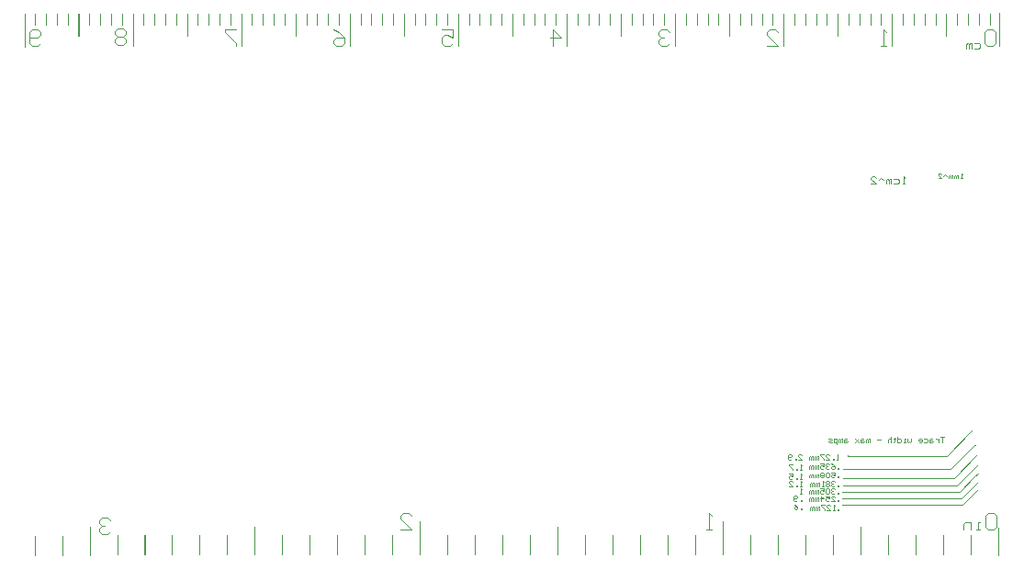
<source format=gbl>
G04 Layer_Physical_Order=2*
G04 Layer_Color=11436288*
%FSLAX24Y24*%
%MOIN*%
G70*
G01*
G75*
D13*
X43248Y14146D02*
X43117D01*
X43182D01*
Y13949D01*
X43051Y14080D02*
Y13949D01*
Y14014D01*
X43018Y14047D01*
X42986Y14080D01*
X42953D01*
X42822D02*
X42756D01*
X42723Y14047D01*
Y13949D01*
X42822D01*
X42854Y13982D01*
X42822Y14014D01*
X42723D01*
X42526Y14080D02*
X42625D01*
X42658Y14047D01*
Y13982D01*
X42625Y13949D01*
X42526D01*
X42362D02*
X42428D01*
X42461Y13982D01*
Y14047D01*
X42428Y14080D01*
X42362D01*
X42330Y14047D01*
Y14014D01*
X42461D01*
X42067Y14080D02*
Y13982D01*
X42035Y13949D01*
X42002Y13982D01*
X41969Y13949D01*
X41936Y13982D01*
Y14080D01*
X41871Y13949D02*
X41805D01*
X41838D01*
Y14080D01*
X41871D01*
X41575Y14146D02*
Y13949D01*
X41674D01*
X41707Y13982D01*
Y14047D01*
X41674Y14080D01*
X41575D01*
X41477Y14113D02*
Y14080D01*
X41510D01*
X41444D01*
X41477D01*
Y13982D01*
X41444Y13949D01*
X41346Y14146D02*
Y13949D01*
Y14047D01*
X41313Y14080D01*
X41247D01*
X41215Y14047D01*
Y13949D01*
X40952Y14047D02*
X40821D01*
X40559Y13949D02*
Y14080D01*
X40526D01*
X40493Y14047D01*
Y13949D01*
Y14047D01*
X40460Y14080D01*
X40427Y14047D01*
Y13949D01*
X40329Y14080D02*
X40263D01*
X40231Y14047D01*
Y13949D01*
X40329D01*
X40362Y13982D01*
X40329Y14014D01*
X40231D01*
X40165Y14080D02*
X40034Y13949D01*
X40099Y14014D01*
X40034Y14080D01*
X40165Y13949D01*
X39739Y14080D02*
X39673D01*
X39640Y14047D01*
Y13949D01*
X39739D01*
X39771Y13982D01*
X39739Y14014D01*
X39640D01*
X39575Y13949D02*
Y14080D01*
X39542D01*
X39509Y14047D01*
Y13949D01*
Y14047D01*
X39476Y14080D01*
X39444Y14047D01*
Y13949D01*
X39378Y13883D02*
Y14080D01*
X39280D01*
X39247Y14047D01*
Y13982D01*
X39280Y13949D01*
X39378D01*
X39181D02*
X39083D01*
X39050Y13982D01*
X39083Y14014D01*
X39148D01*
X39181Y14047D01*
X39148Y14080D01*
X39050D01*
X43933Y23524D02*
X43867D01*
X43900D01*
Y23720D01*
X43933Y23688D01*
X43769Y23524D02*
Y23655D01*
X43736D01*
X43703Y23622D01*
Y23524D01*
Y23622D01*
X43671Y23655D01*
X43638Y23622D01*
Y23524D01*
X43572D02*
Y23655D01*
X43540D01*
X43507Y23622D01*
Y23524D01*
Y23622D01*
X43474Y23655D01*
X43441Y23622D01*
Y23524D01*
X43376Y23622D02*
X43310Y23688D01*
X43244Y23622D01*
X43048Y23524D02*
X43179D01*
X43048Y23655D01*
Y23688D01*
X43080Y23720D01*
X43146D01*
X43179Y23688D01*
X37963Y13315D02*
X38094D01*
X37963Y13446D01*
Y13479D01*
X37996Y13512D01*
X38062D01*
X38094Y13479D01*
X37898Y13315D02*
Y13348D01*
X37865D01*
Y13315D01*
X37898D01*
X37734Y13348D02*
X37701Y13315D01*
X37635D01*
X37603Y13348D01*
Y13479D01*
X37635Y13512D01*
X37701D01*
X37734Y13479D01*
Y13446D01*
X37701Y13413D01*
X37603D01*
X38094Y12606D02*
X38029D01*
X38062D01*
Y12803D01*
X38094Y12770D01*
X37931Y12606D02*
Y12639D01*
X37898D01*
Y12606D01*
X37931D01*
X37635Y12803D02*
X37767D01*
Y12705D01*
X37701Y12737D01*
X37668D01*
X37635Y12705D01*
Y12639D01*
X37668Y12606D01*
X37734D01*
X37767Y12639D01*
X38098Y12339D02*
X38033D01*
X38066D01*
Y12535D01*
X38098Y12503D01*
X37934Y12339D02*
Y12371D01*
X37902D01*
Y12339D01*
X37934D01*
X37639D02*
X37770D01*
X37639Y12470D01*
Y12503D01*
X37672Y12535D01*
X37738D01*
X37770Y12503D01*
X39413Y13319D02*
X39348D01*
X39381D01*
Y13516D01*
X39413Y13483D01*
X39249Y13319D02*
Y13352D01*
X39217D01*
Y13319D01*
X39249D01*
X38954D02*
X39085D01*
X38954Y13450D01*
Y13483D01*
X38987Y13516D01*
X39053D01*
X39085Y13483D01*
X38889Y13516D02*
X38757D01*
Y13483D01*
X38889Y13352D01*
Y13319D01*
X38692D02*
Y13450D01*
X38659D01*
X38626Y13417D01*
Y13319D01*
Y13417D01*
X38593Y13450D01*
X38561Y13417D01*
Y13319D01*
X38495D02*
Y13450D01*
X38462D01*
X38429Y13417D01*
Y13319D01*
Y13417D01*
X38397Y13450D01*
X38364Y13417D01*
Y13319D01*
X39445Y12343D02*
Y12375D01*
X39412D01*
Y12343D01*
X39445D01*
X39281Y12507D02*
X39248Y12539D01*
X39183D01*
X39150Y12507D01*
Y12474D01*
X39183Y12441D01*
X39215D01*
X39183D01*
X39150Y12408D01*
Y12375D01*
X39183Y12343D01*
X39248D01*
X39281Y12375D01*
X39084Y12507D02*
X39051Y12539D01*
X38986D01*
X38953Y12507D01*
Y12474D01*
X38986Y12441D01*
X38953Y12408D01*
Y12375D01*
X38986Y12343D01*
X39051D01*
X39084Y12375D01*
Y12408D01*
X39051Y12441D01*
X39084Y12474D01*
Y12507D01*
X39051Y12441D02*
X38986D01*
X38887Y12343D02*
X38822D01*
X38855D01*
Y12539D01*
X38887Y12507D01*
X38723Y12343D02*
Y12474D01*
X38691D01*
X38658Y12441D01*
Y12343D01*
Y12441D01*
X38625Y12474D01*
X38592Y12441D01*
Y12343D01*
X38527D02*
Y12474D01*
X38494D01*
X38461Y12441D01*
Y12343D01*
Y12441D01*
X38428Y12474D01*
X38395Y12441D01*
Y12343D01*
X39445Y11791D02*
Y11824D01*
X39412D01*
Y11791D01*
X39445D01*
X39150D02*
X39281D01*
X39150Y11923D01*
Y11955D01*
X39183Y11988D01*
X39248D01*
X39281Y11955D01*
X38953Y11988D02*
X39084D01*
Y11890D01*
X39019Y11923D01*
X38986D01*
X38953Y11890D01*
Y11824D01*
X38986Y11791D01*
X39051D01*
X39084Y11824D01*
X38789Y11791D02*
Y11988D01*
X38887Y11890D01*
X38756D01*
X38691Y11791D02*
Y11923D01*
X38658D01*
X38625Y11890D01*
Y11791D01*
Y11890D01*
X38592Y11923D01*
X38559Y11890D01*
Y11791D01*
X38494D02*
Y11923D01*
X38461D01*
X38428Y11890D01*
Y11791D01*
Y11890D01*
X38395Y11923D01*
X38363Y11890D01*
Y11791D01*
X38087Y12945D02*
X38021D01*
X38054D01*
Y13142D01*
X38087Y13109D01*
X37923Y12945D02*
Y12978D01*
X37890D01*
Y12945D01*
X37923D01*
X37759Y13142D02*
X37627D01*
Y13109D01*
X37759Y12978D01*
Y12945D01*
X39445Y12972D02*
Y13005D01*
X39412D01*
Y12972D01*
X39445D01*
X39150Y13169D02*
X39215Y13136D01*
X39281Y13071D01*
Y13005D01*
X39248Y12972D01*
X39183D01*
X39150Y13005D01*
Y13038D01*
X39183Y13071D01*
X39281D01*
X39084Y13136D02*
X39051Y13169D01*
X38986D01*
X38953Y13136D01*
Y13104D01*
X38986Y13071D01*
X39019D01*
X38986D01*
X38953Y13038D01*
Y13005D01*
X38986Y12972D01*
X39051D01*
X39084Y13005D01*
X38756Y13169D02*
X38887D01*
Y13071D01*
X38822Y13104D01*
X38789D01*
X38756Y13071D01*
Y13005D01*
X38789Y12972D01*
X38855D01*
X38887Y13005D01*
X38691Y12972D02*
Y13104D01*
X38658D01*
X38625Y13071D01*
Y12972D01*
Y13071D01*
X38592Y13104D01*
X38559Y13071D01*
Y12972D01*
X38494D02*
Y13104D01*
X38461D01*
X38428Y13071D01*
Y12972D01*
Y13071D01*
X38395Y13104D01*
X38363Y13071D01*
Y12972D01*
X39445Y12657D02*
Y12690D01*
X39412D01*
Y12657D01*
X39445D01*
X39150Y12854D02*
X39281D01*
Y12756D01*
X39215Y12789D01*
X39183D01*
X39150Y12756D01*
Y12690D01*
X39183Y12657D01*
X39248D01*
X39281Y12690D01*
X39084Y12821D02*
X39051Y12854D01*
X38986D01*
X38953Y12821D01*
Y12690D01*
X38986Y12657D01*
X39051D01*
X39084Y12690D01*
Y12821D01*
X38887D02*
X38855Y12854D01*
X38789D01*
X38756Y12821D01*
Y12789D01*
X38789Y12756D01*
X38756Y12723D01*
Y12690D01*
X38789Y12657D01*
X38855D01*
X38887Y12690D01*
Y12723D01*
X38855Y12756D01*
X38887Y12789D01*
Y12821D01*
X38855Y12756D02*
X38789D01*
X38691Y12657D02*
Y12789D01*
X38658D01*
X38625Y12756D01*
Y12657D01*
Y12756D01*
X38592Y12789D01*
X38559Y12756D01*
Y12657D01*
X38494D02*
Y12789D01*
X38461D01*
X38428Y12756D01*
Y12657D01*
Y12756D01*
X38395Y12789D01*
X38363Y12756D01*
Y12657D01*
X39445Y12067D02*
Y12100D01*
X39412D01*
Y12067D01*
X39445D01*
X39281Y12231D02*
X39248Y12264D01*
X39183D01*
X39150Y12231D01*
Y12198D01*
X39183Y12165D01*
X39215D01*
X39183D01*
X39150Y12133D01*
Y12100D01*
X39183Y12067D01*
X39248D01*
X39281Y12100D01*
X39084Y12231D02*
X39051Y12264D01*
X38986D01*
X38953Y12231D01*
Y12100D01*
X38986Y12067D01*
X39051D01*
X39084Y12100D01*
Y12231D01*
X38756Y12264D02*
X38887D01*
Y12165D01*
X38822Y12198D01*
X38789D01*
X38756Y12165D01*
Y12100D01*
X38789Y12067D01*
X38855D01*
X38887Y12100D01*
X38691Y12067D02*
Y12198D01*
X38658D01*
X38625Y12165D01*
Y12067D01*
Y12165D01*
X38592Y12198D01*
X38559Y12165D01*
Y12067D01*
X38494D02*
Y12198D01*
X38461D01*
X38428Y12165D01*
Y12067D01*
Y12165D01*
X38395Y12198D01*
X38363Y12165D01*
Y12067D01*
X39445Y11476D02*
Y11509D01*
X39412D01*
Y11476D01*
X39445D01*
X39281D02*
X39215D01*
X39248D01*
Y11673D01*
X39281Y11640D01*
X38986Y11476D02*
X39117D01*
X38986Y11608D01*
Y11640D01*
X39019Y11673D01*
X39084D01*
X39117Y11640D01*
X38920Y11673D02*
X38789D01*
Y11640D01*
X38920Y11509D01*
Y11476D01*
X38723D02*
Y11608D01*
X38691D01*
X38658Y11575D01*
Y11476D01*
Y11575D01*
X38625Y11608D01*
X38592Y11575D01*
Y11476D01*
X38527D02*
Y11608D01*
X38494D01*
X38461Y11575D01*
Y11476D01*
Y11575D01*
X38428Y11608D01*
X38395Y11575D01*
Y11476D01*
X38102Y11811D02*
Y11844D01*
X38070D01*
Y11811D01*
X38102D01*
X37938Y11844D02*
X37906Y11811D01*
X37840D01*
X37807Y11844D01*
Y11975D01*
X37840Y12008D01*
X37906D01*
X37938Y11975D01*
Y11942D01*
X37906Y11909D01*
X37807D01*
X38102Y12071D02*
X38037D01*
X38070D01*
Y12268D01*
X38102Y12235D01*
X38110Y11492D02*
Y11525D01*
X38077D01*
Y11492D01*
X38110D01*
X37815Y11689D02*
X37881Y11656D01*
X37946Y11591D01*
Y11525D01*
X37913Y11492D01*
X37848D01*
X37815Y11525D01*
Y11558D01*
X37848Y11591D01*
X37946D01*
D16*
X39563Y11673D02*
X43933D01*
X44484Y12224D01*
D19*
X44554Y10779D02*
X44422D01*
X44488D01*
Y11041D01*
X44554D01*
X44226Y10779D02*
Y11041D01*
X44029D01*
X43963Y10976D01*
Y10779D01*
D27*
X45276Y28339D02*
Y29188D01*
X45276Y29188D02*
Y29528D01*
X11457Y29102D02*
Y29496D01*
X11850Y28709D02*
Y29496D01*
X10669Y29102D02*
Y29496D01*
X11063Y29102D02*
Y29496D01*
X9882Y28315D02*
Y29496D01*
X10276Y29102D02*
Y29496D01*
X11260Y9832D02*
Y10532D01*
X10260Y9832D02*
Y10532D01*
X10276Y9832D02*
Y10532D01*
X12264Y9832D02*
Y10532D01*
X11264Y9832D02*
Y10532D01*
X11280Y9832D02*
Y10532D01*
X39563Y11909D02*
X41965D01*
X42555D02*
X43894D01*
X12260Y9863D02*
Y10863D01*
X16244Y9863D02*
Y10563D01*
X20244Y9863D02*
Y10563D01*
X24051Y29114D02*
Y29508D01*
X24244Y9863D02*
Y11063D01*
X24839Y29114D02*
Y29508D01*
X27201Y29114D02*
Y29508D01*
X26413Y29114D02*
Y29508D01*
X25626Y28327D02*
Y29508D01*
X28776Y29114D02*
Y29508D01*
X27988Y29114D02*
Y29508D01*
X29563Y28327D02*
Y29508D01*
X28244Y9863D02*
Y10563D01*
X32244Y9863D02*
Y10563D01*
X36244Y9863D02*
Y10563D01*
X40244Y9863D02*
Y10863D01*
X44244Y9863D02*
Y10563D01*
X41965Y11909D02*
X42555D01*
X43894D02*
X44484Y12500D01*
X11846Y28720D02*
Y29508D01*
X12240Y29114D02*
Y29508D01*
X12634Y29114D02*
Y29508D01*
X13028Y29114D02*
Y29508D01*
X13421Y29114D02*
Y29508D01*
X13260Y9863D02*
Y10563D01*
X14209Y29114D02*
Y29508D01*
X13815Y28327D02*
Y29508D01*
X14260Y9863D02*
Y10563D01*
X14244Y9863D02*
Y10563D01*
X14996Y29114D02*
Y29508D01*
X14602Y29114D02*
Y29508D01*
X15244Y9863D02*
Y10563D01*
X15783Y28720D02*
Y29508D01*
X15390Y29114D02*
Y29508D01*
X16571Y29114D02*
Y29508D01*
X16177Y29114D02*
Y29508D01*
X17358Y29114D02*
Y29508D01*
X16965Y29114D02*
Y29508D01*
X17244Y9863D02*
Y10563D01*
X17752Y28327D02*
Y29508D01*
X18146Y29114D02*
Y29508D01*
X18244Y9863D02*
Y10863D01*
X18933Y29114D02*
Y29508D01*
X18539Y29114D02*
Y29508D01*
X19244Y9863D02*
Y10563D01*
X19720Y28720D02*
Y29508D01*
X19327Y29114D02*
Y29508D01*
X20508Y29114D02*
Y29508D01*
X20114Y29114D02*
Y29508D01*
X21295Y29114D02*
Y29508D01*
X20902Y29114D02*
Y29508D01*
X21244Y9863D02*
Y10563D01*
X21689Y28327D02*
Y29508D01*
X22083Y29114D02*
Y29508D01*
X22244Y9863D02*
Y10563D01*
X22870Y29114D02*
Y29508D01*
X22476Y29114D02*
Y29508D01*
X23244Y9863D02*
Y10563D01*
X23657Y28720D02*
Y29508D01*
X23264Y29114D02*
Y29508D01*
X24445Y29114D02*
Y29508D01*
X25232Y29114D02*
Y29508D01*
X25244Y9863D02*
Y10563D01*
X26020Y29114D02*
Y29508D01*
X26244Y9863D02*
Y10563D01*
X26807Y29114D02*
Y29508D01*
X27244Y9863D02*
Y10563D01*
X27594Y28720D02*
Y29508D01*
X28382Y29114D02*
Y29508D01*
X29169Y29114D02*
Y29508D01*
X29244Y9863D02*
Y10863D01*
X30350Y29114D02*
Y29508D01*
X29957Y29114D02*
Y29508D01*
X30244Y9863D02*
Y10563D01*
X31138Y29114D02*
Y29508D01*
X30744Y29114D02*
Y29508D01*
X31244Y9863D02*
Y10563D01*
X31925Y29114D02*
Y29508D01*
X31532Y28720D02*
Y29508D01*
X32713Y29114D02*
Y29508D01*
X32319Y29114D02*
Y29508D01*
X33106Y29114D02*
Y29508D01*
X33500Y28327D02*
Y29508D01*
X33244Y9863D02*
Y10563D01*
X34287Y29114D02*
Y29508D01*
X33894Y29114D02*
Y29508D01*
X34244Y9863D02*
Y10563D01*
X35075Y29114D02*
Y29508D01*
X34681Y29114D02*
Y29508D01*
X35244Y9863D02*
Y11063D01*
X35862Y29114D02*
Y29508D01*
X35469Y28720D02*
Y29508D01*
X36650Y29114D02*
Y29508D01*
X36256Y29114D02*
Y29508D01*
X37043Y29114D02*
Y29508D01*
X37437Y28327D02*
Y29508D01*
X37244Y9863D02*
Y10563D01*
X38224Y29114D02*
Y29508D01*
X37831Y29114D02*
Y29508D01*
X38244Y9863D02*
Y10563D01*
X39012Y29114D02*
Y29508D01*
X38618Y29114D02*
Y29508D01*
X39244Y9863D02*
Y10563D01*
X39799Y29114D02*
Y29508D01*
X39406Y28720D02*
Y29508D01*
X40587Y29114D02*
Y29508D01*
X40193Y29114D02*
Y29508D01*
X40980Y29114D02*
Y29508D01*
X41374Y28327D02*
Y29508D01*
X41244Y9863D02*
Y10563D01*
X41768Y29114D02*
Y29508D01*
X42161Y29114D02*
Y29508D01*
X42244Y9863D02*
Y10563D01*
X42555Y29114D02*
Y29508D01*
X42949Y29114D02*
Y29508D01*
X43244Y9863D02*
Y10563D01*
X43343Y28720D02*
Y29508D01*
X43736Y29114D02*
Y29508D01*
X44130Y29114D02*
Y29508D01*
X44524Y29114D02*
Y29508D01*
X44917Y29114D02*
Y29508D01*
X45244Y10846D02*
X45244Y9843D01*
X36840Y28327D02*
X37240D01*
X36840Y28727D01*
Y28827D01*
X36940Y28927D01*
X37140D01*
X37240Y28827D01*
X34844Y10763D02*
X34644D01*
X34744D01*
Y11363D01*
X34844Y11263D01*
X45154Y11279D02*
X45054Y11379D01*
X44854D01*
X44754Y11279D01*
Y10879D01*
X44854Y10779D01*
X45054D01*
X45154Y10879D01*
Y11279D01*
X13579Y28866D02*
X13479Y28966D01*
X13279D01*
X13179Y28866D01*
Y28766D01*
X13279Y28666D01*
X13179Y28566D01*
Y28466D01*
X13279Y28366D01*
X13479D01*
X13579Y28466D01*
Y28566D01*
X13479Y28666D01*
X13579Y28766D01*
Y28866D01*
X13479Y28666D02*
X13279D01*
X13008Y11122D02*
X12908Y11222D01*
X12708D01*
X12608Y11122D01*
Y11022D01*
X12708Y10922D01*
X12808D01*
X12708D01*
X12608Y10822D01*
Y10722D01*
X12708Y10622D01*
X12908D01*
X13008Y10722D01*
X17555Y28927D02*
X17155D01*
Y28827D01*
X17555Y28427D01*
Y28327D01*
X33303Y28827D02*
X33203Y28927D01*
X33003D01*
X32903Y28827D01*
Y28727D01*
X33003Y28627D01*
X33103D01*
X33003D01*
X32903Y28527D01*
Y28427D01*
X33003Y28327D01*
X33203D01*
X33303Y28427D01*
X45114Y28827D02*
X45014Y28927D01*
X44814D01*
X44714Y28827D01*
Y28427D01*
X44814Y28327D01*
X45014D01*
X45114Y28427D01*
Y28827D01*
X23544Y10763D02*
X23944D01*
X23544Y11163D01*
Y11263D01*
X23644Y11363D01*
X23844D01*
X23944Y11263D01*
X21092Y28927D02*
X21292Y28827D01*
X21492Y28627D01*
Y28427D01*
X21392Y28327D01*
X21192D01*
X21092Y28427D01*
Y28527D01*
X21192Y28627D01*
X21492D01*
X25029Y28927D02*
X25429D01*
Y28627D01*
X25229Y28727D01*
X25129D01*
X25029Y28627D01*
Y28427D01*
X25129Y28327D01*
X25329D01*
X25429Y28427D01*
X29066Y28327D02*
Y28927D01*
X29366Y28627D01*
X28966D01*
X41177Y28327D02*
X40977D01*
X41077D01*
Y28927D01*
X41177Y28827D01*
X10449Y28450D02*
X10349Y28350D01*
X10149D01*
X10049Y28450D01*
Y28850D01*
X10149Y28950D01*
X10349D01*
X10449Y28850D01*
Y28750D01*
X10349Y28650D01*
X10049D01*
D28*
X42083Y12146D02*
X43815D01*
X39563D02*
X42083D01*
X43815D02*
X44366Y12697D01*
X44484Y12815D01*
D32*
X39602Y12381D02*
X43735D01*
X44484Y13130D01*
D35*
X26185Y18116D02*
D03*
Y17860D02*
D03*
Y17604D02*
D03*
Y17348D02*
D03*
Y17093D02*
D03*
Y16837D02*
D03*
Y16581D02*
D03*
Y16325D02*
D03*
X23468Y18116D02*
D03*
Y17860D02*
D03*
Y17604D02*
D03*
Y17348D02*
D03*
Y17093D02*
D03*
Y16837D02*
D03*
Y16581D02*
D03*
Y16325D02*
D03*
D38*
X39602Y12656D02*
X43616D01*
X44429Y13469D01*
Y13472D01*
D42*
X43508Y12981D02*
X44378Y13850D01*
X39602Y12981D02*
X43508D01*
X44378Y13850D02*
X44382D01*
D51*
X43353Y13456D02*
X44268Y14370D01*
X39761Y13456D02*
X43353D01*
X39760Y13457D02*
X39761Y13456D01*
D75*
X32083Y17201D02*
D03*
Y16807D02*
D03*
Y16413D02*
D03*
Y16020D02*
D03*
Y16217D02*
D03*
Y16610D02*
D03*
Y17004D02*
D03*
Y18972D02*
D03*
Y18579D02*
D03*
Y18185D02*
D03*
Y17791D02*
D03*
Y18776D02*
D03*
Y18382D02*
D03*
Y17988D02*
D03*
Y17398D02*
D03*
Y17594D02*
D03*
X27555Y17791D02*
D03*
Y18185D02*
D03*
Y18579D02*
D03*
Y18972D02*
D03*
Y18776D02*
D03*
Y18382D02*
D03*
Y17988D02*
D03*
Y16020D02*
D03*
Y16413D02*
D03*
Y16807D02*
D03*
Y17201D02*
D03*
Y16217D02*
D03*
Y16610D02*
D03*
Y17004D02*
D03*
Y17594D02*
D03*
Y17398D02*
D03*
D76*
X30114Y19760D02*
D03*
X30508D02*
D03*
X30902D02*
D03*
X31295D02*
D03*
X31098D02*
D03*
X30705D02*
D03*
X30311D02*
D03*
X28342D02*
D03*
X28736D02*
D03*
X29130D02*
D03*
X29524D02*
D03*
X28539D02*
D03*
X28933D02*
D03*
X29327D02*
D03*
X29917D02*
D03*
X29720D02*
D03*
X29524Y15232D02*
D03*
X29130D02*
D03*
X28736D02*
D03*
X28342D02*
D03*
X28539D02*
D03*
X28933D02*
D03*
X29327D02*
D03*
X31295D02*
D03*
X30902D02*
D03*
X30508D02*
D03*
X30114D02*
D03*
X31098D02*
D03*
X30705D02*
D03*
X30311D02*
D03*
X29720D02*
D03*
X29917D02*
D03*
D80*
X39701Y27665D02*
D03*
X39307D02*
D03*
D81*
X38211Y19520D02*
D03*
X38961Y18520D02*
D03*
X38211D02*
D03*
X38591Y18520D02*
D03*
X38961Y19520D02*
D03*
D82*
X35925Y19304D02*
D03*
X35610D02*
D03*
X35295D02*
D03*
X34980D02*
D03*
X34665D02*
D03*
X34350D02*
D03*
X34035D02*
D03*
X33720D02*
D03*
Y15924D02*
D03*
X34035D02*
D03*
X34350D02*
D03*
X34665D02*
D03*
X34980D02*
D03*
X35295D02*
D03*
X35610D02*
D03*
X35925D02*
D03*
D84*
X26522Y25522D02*
D03*
X26022D02*
D03*
X25522D02*
D03*
X25022D02*
D03*
Y23462D02*
D03*
X25522D02*
D03*
X26022D02*
D03*
X26522D02*
D03*
D88*
X33504Y20650D02*
D03*
X32756D02*
D03*
X33130Y21476D02*
D03*
D89*
X35315Y27736D02*
D03*
X34606D02*
D03*
D94*
X20744Y17382D02*
D03*
X19957D02*
D03*
D101*
X33133Y18717D02*
D03*
Y18402D02*
D03*
Y18087D02*
D03*
Y17772D02*
D03*
Y17457D02*
D03*
Y17142D02*
D03*
Y16827D02*
D03*
Y16512D02*
D03*
X36513D02*
D03*
Y16827D02*
D03*
Y17142D02*
D03*
Y17457D02*
D03*
Y17772D02*
D03*
Y18087D02*
D03*
Y18402D02*
D03*
Y18717D02*
D03*
D868*
X18709Y14256D02*
D03*
D869*
X21709D02*
D03*
D870*
X39197Y26783D02*
D03*
X39748D02*
D03*
D871*
X34272Y26854D02*
D03*
X35335D02*
D03*
D872*
X29378Y27311D02*
D03*
X30441D02*
D03*
D873*
X22059Y25343D02*
D03*
D874*
X21059Y21268D02*
D03*
X23059D02*
D03*
D875*
X16947Y17406D02*
D03*
X15549D02*
D03*
D876*
X21398Y16154D02*
D03*
X19626D02*
D03*
D877*
X13844Y15736D02*
D03*
X16581D02*
D03*
D878*
X38317Y21902D02*
D03*
X37431Y22276D02*
D03*
Y21528D02*
D03*
D879*
X41846Y23327D02*
X41755D01*
X41801D01*
Y23602D01*
X41846Y23556D01*
X41433Y23510D02*
X41571D01*
X41617Y23465D01*
Y23373D01*
X41571Y23327D01*
X41433D01*
X41341D02*
Y23510D01*
X41295D01*
X41250Y23465D01*
Y23327D01*
Y23465D01*
X41204Y23510D01*
X41158Y23465D01*
Y23327D01*
X41066Y23465D02*
X40974Y23556D01*
X40882Y23465D01*
X40607Y23327D02*
X40790D01*
X40607Y23510D01*
Y23556D01*
X40653Y23602D01*
X40744D01*
X40790Y23556D01*
X44366Y28445D02*
X44514D01*
X44563Y28396D01*
Y28297D01*
X44514Y28248D01*
X44366D01*
X44268D02*
Y28445D01*
X44219D01*
X44169Y28396D01*
Y28248D01*
Y28396D01*
X44120Y28445D01*
X44071Y28396D01*
Y28248D01*
D880*
X42516Y21280D02*
D03*
D881*
X44209Y23681D02*
D03*
M02*

</source>
